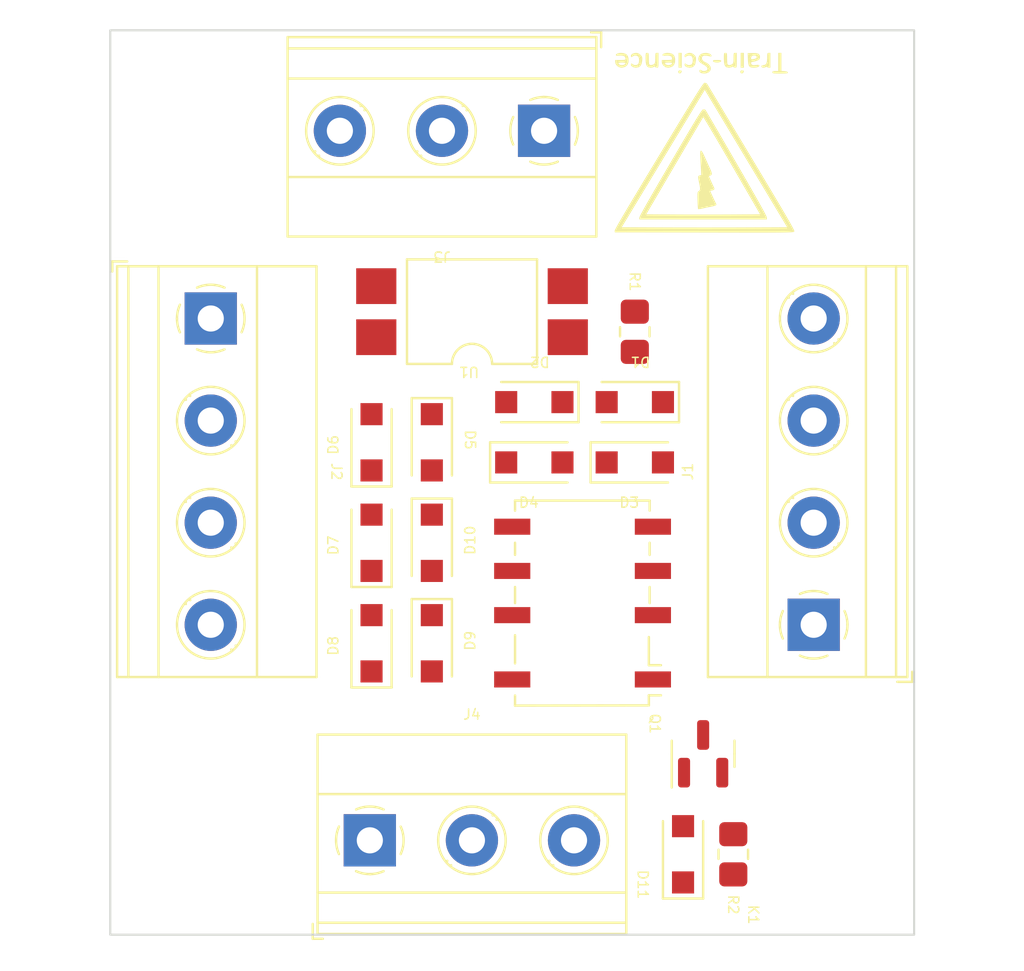
<source format=kicad_pcb>
(kicad_pcb (version 20211014) (generator pcbnew)
  (layers (0 "F.Cu" signal) (31 "B.Cu" signal) (34 "B.Paste" user) (35 "F.Paste" user) (36 "B.SilkS" user "B.Silkscreen") (37 "F.SilkS" user "F.Silkscreen") (38 "B.Mask" user) (39 "F.Mask" user) (44 "Edge.Cuts" user))
  (net 0 "")
  (net 1 "Net-(D1-Pad2)")
  (net 2 "Net-(D5-Pad1)")
  (net 3 "brake")
  (net 4 "Net-(D6-Pad1)")
  (net 5 "Net-(D3-Pad1)")
  (net 6 "buffer")
  (net 7 "RingRight")
  (net 8 "Net-(D7-Pad1)")
  (net 9 "Net-(D8-Pad1)")
  (net 10 "Net-(D11-Pad2)")
  (net 11 "RingLeft")
  (net 12 "GND")
  (net 13 "/green")
  (net 14 "/red")
  (net 15 "VCC")
  (net 16 "Net-(Q1-Pad1)")
  (net 18 "upline")
  (net 19 "downline")
  (net 20 "Net-(R1-Pad2)")
  (footprint "Diode_SMD:D_SOD-123F" (layer "F.Cu") (at 108.5 154.5 -90)
    (fp_text reference "D9" (at -0.127 -1.905 90 unlocked) (layer "F.SilkS") (effects (font (size 0.5 0.5) (thickness 0.075))))
    (fp_text value "D")
    (fp_line (start -2.2 1) (end 1.65 1) (layer "F.SilkS") (width 0.12))
    (fp_line (start -2.2 -1) (end -2.2 1) (layer "F.SilkS") (width 0.12))
    (fp_line (start -2.2 -1) (end 1.65 -1) (layer "F.SilkS") (width 0.12))
    (pad "1" smd rect (at -1.4 0 270) (size 1.1 1.1) (layers "F.Cu" "F.Paste" "F.Mask") (net 6 "buffer"))
    (pad "2" smd rect (at 1.4 0 270) (size 1.1 1.1) (layers "F.Cu" "F.Paste" "F.Mask") (net 9 "Net-(D8-Pad1)"))
  )
  (footprint "Diode_SMD:D_SOD-123F" (layer "F.Cu") (at 105.5 149.5 90)
    (fp_text reference "D7" (at -0.127 -1.905 90 unlocked) (layer "F.SilkS") (effects (font (size 0.5 0.5) (thickness 0.075))))
    (fp_text value "D")
    (fp_line (start -2.2 -1) (end -2.2 1) (layer "F.SilkS") (width 0.12))
    (fp_line (start -2.2 -1) (end 1.65 -1) (layer "F.SilkS") (width 0.12))
    (fp_line (start -2.2 1) (end 1.65 1) (layer "F.SilkS") (width 0.12))
    (pad "1" smd rect (at -1.4 0 90) (size 1.1 1.1) (layers "F.Cu" "F.Paste" "F.Mask") (net 8 "Net-(D7-Pad1)"))
    (pad "2" smd rect (at 1.4 0 90) (size 1.1 1.1) (layers "F.Cu" "F.Paste" "F.Mask") (net 4 "Net-(D6-Pad1)"))
  )
  (footprint "Diode_SMD:D_SOD-123F" (layer "F.Cu") (at 118.6 142.5 180)
    (fp_text reference "D1" (at -0.275 2 180 unlocked) (layer "F.SilkS") (effects (font (size 0.5 0.5) (thickness 0.075))))
    (fp_text value "D")
    (fp_line (start -2.2 1) (end 1.65 1) (layer "F.SilkS") (width 0.12))
    (fp_line (start -2.2 -1) (end 1.65 -1) (layer "F.SilkS") (width 0.12))
    (fp_line (start -2.2 -1) (end -2.2 1) (layer "F.SilkS") (width 0.12))
    (pad "1" smd rect (at -1.4 0 180) (size 1.1 1.1) (layers "F.Cu" "F.Paste" "F.Mask") (net 7 "RingRight"))
    (pad "2" smd rect (at 1.4 0 180) (size 1.1 1.1) (layers "F.Cu" "F.Paste" "F.Mask") (net 1 "Net-(D1-Pad2)"))
  )
  (footprint "Diode_SMD:D_SOD-123F" (layer "F.Cu") (at 113.6 142.5 180)
    (fp_text reference "D2" (at -0.275 2 180 unlocked) (layer "F.SilkS") (effects (font (size 0.5 0.5) (thickness 0.075))))
    (fp_text value "D")
    (fp_line (start -2.2 -1) (end -2.2 1) (layer "F.SilkS") (width 0.12))
    (fp_line (start -2.2 -1) (end 1.65 -1) (layer "F.SilkS") (width 0.12))
    (fp_line (start -2.2 1) (end 1.65 1) (layer "F.SilkS") (width 0.12))
    (pad "1" smd rect (at -1.4 0 180) (size 1.1 1.1) (layers "F.Cu" "F.Paste" "F.Mask") (net 1 "Net-(D1-Pad2)"))
    (pad "2" smd rect (at 1.4 0 180) (size 1.1 1.1) (layers "F.Cu" "F.Paste" "F.Mask") (net 6 "buffer"))
  )
  (footprint "Diode_SMD:D_SOD-123F" (layer "F.Cu") (at 105.5 154.5 90)
    (fp_text reference "D8" (at -0.127 -1.905 90 unlocked) (layer "F.SilkS") (effects (font (size 0.5 0.5) (thickness 0.075))))
    (fp_text value "D")
    (fp_line (start -2.2 -1) (end -2.2 1) (layer "F.SilkS") (width 0.12))
    (fp_line (start -2.2 -1) (end 1.65 -1) (layer "F.SilkS") (width 0.12))
    (fp_line (start -2.2 1) (end 1.65 1) (layer "F.SilkS") (width 0.12))
    (pad "1" smd rect (at -1.4 0 90) (size 1.1 1.1) (layers "F.Cu" "F.Paste" "F.Mask") (net 9 "Net-(D8-Pad1)"))
    (pad "2" smd rect (at 1.4 0 90) (size 1.1 1.1) (layers "F.Cu" "F.Paste" "F.Mask") (net 8 "Net-(D7-Pad1)"))
  )
  (footprint "MountingHole:MountingHole_3.2mm_M3" (layer "F.Cu") (at 128.5 165)
    (fp_text reference "REF**" hide)
    (fp_text value "MountingHole_3.2mm_M3")
    (pad "" np_thru_hole circle (at 0 0) (size 3.2 3.2) (drill 3.2) (layers *.Cu *.Mask))
  )
  (footprint "MountingHole:MountingHole_3.2mm_M3" (layer "F.Cu") (at 96.495 128)
    (fp_text reference "REF**" hide)
    (fp_text value "MountingHole_3.2mm_M3")
    (pad "" np_thru_hole circle (at 0 0) (size 3.2 3.2) (drill 3.2) (layers *.Cu *.Mask))
  )
  (footprint "Diode_SMD:D_SOD-123F" (layer "F.Cu") (at 113.6 145.5)
    (fp_text reference "D4" (at -0.275 2 unlocked) (layer "F.SilkS") (effects (font (size 0.5 0.5) (thickness 0.075))))
    (fp_text value "D")
    (fp_line (start -2.2 1) (end 1.65 1) (layer "F.SilkS") (width 0.12))
    (fp_line (start -2.2 -1) (end -2.2 1) (layer "F.SilkS") (width 0.12))
    (fp_line (start -2.2 -1) (end 1.65 -1) (layer "F.SilkS") (width 0.12))
    (pad "1" smd rect (at -1.4 0) (size 1.1 1.1) (layers "F.Cu" "F.Paste" "F.Mask") (net 6 "buffer"))
    (pad "2" smd rect (at 1.4 0) (size 1.1 1.1) (layers "F.Cu" "F.Paste" "F.Mask") (net 5 "Net-(D3-Pad1)"))
  )
  (footprint "custom_kicad_lib_sk:Train-Science logo small" (layer "F.Cu") (at 122 129.5 180)
    (fp_text reference "G***" hide)
    (fp_text value "LOGO" hide)
    (fp_poly (pts (xy 2.715567 3.652213) (xy 2.788671 3.700519) (xy 2.835175 3.79015) (xy 2.859236 3.928568) (xy 2.865146 4.092808) (xy 2.86448 4.228722) (xy 2.860137 4.312734) (xy 2.848595 4.357328) (xy 2.826334 4.374987) (xy 2.789834 4.378194) (xy 2.784664 4.3782) (xy 2.744587 4.375415) (xy 2.72067 4.358257) (xy 2.708742 4.313522) (xy 2.704637 4.228007) (xy 2.704183 4.123292) (xy 2.70181 3.995739) (xy 2.69553 3.889366) (xy 2.686599 3.82384) (xy 2.684642 3.817462) (xy 2.638586 3.775444) (xy 2.56069 3.771399) (xy 2.471162 3.805399) (xy 2.453804 3.816654) (xy 2.417528 3.84892) (xy 2.396019 3.893461) (xy 2.385541 3.966262) (xy 2.382352 4.083304) (xy 2.382256 4.122485) (xy 2.381383 4.249664) (xy 2.375999 4.325642) (xy 2.361955 4.363601) (xy 2.335101 4.376724) (xy 2.301774 4.3782) (xy 2.221293 4.3782) (xy 2.221293 4.007985) (xy 2.22168 3.849262) (xy 2.224378 3.743962) (xy 2.231689 3.681124) (xy 2.245918 3.649787) (xy 2.269368 3.638988) (xy 2.299092 3.637769) (xy 2.364561 3.652507) (xy 2.391646 3.67801) (xy 2.413142 3.702107) (xy 2.449056 3.67801) (xy 2.508105 3.651219) (xy 2.597263 3.63805) (xy 2.611707 3.637769)) (layer "F.SilkS") (width 0) (fill solid))
    (fp_poly (pts (xy 0.784156 3.654371) (xy 0.871115 3.697368) (xy 0.920801 3.756548) (xy 0.922188 3.814197) (xy 0.900905 3.852981) (xy 0.870209 3.843557) (xy 0.841851 3.819211) (xy 0.752511 3.7745) (xy 0.650954 3.773442) (xy 0.566548 3.81626) (xy 0.565671 3.817129) (xy 0.529974 3.888454) (xy 0.515171 3.998249) (xy 0.515082 4.007985) (xy 0.527932 4.119813) (xy 0.562192 4.195116) (xy 0.565671 4.198841) (xy 0.649649 4.242246) (xy 0.751171 4.241772) (xy 0.840868 4.197642) (xy 0.841851 4.196759) (xy 0.887126 4.162129) (xy 0.910558 4.174932) (xy 0.922188 4.201773) (xy 0.917633 4.267108) (xy 0.862679 4.324764) (xy 0.771275 4.364981) (xy 0.670003 4.3782) (xy 0.56494 4.364144) (xy 0.478534 4.312169) (xy 0.444446 4.280323) (xy 0.39028 4.220957) (xy 0.36277 4.166703) (xy 0.355287 4.094215) (xy 0.360798 3.985733) (xy 0.391249 3.823108) (xy 0.456936 3.713042) (xy 0.560567 3.652527) (xy 0.674274 3.637769)) (layer "F.SilkS") (width 0) (fill solid))
    (fp_poly (pts (xy -1.867174 4.3782) (xy -2.028137 4.3782) (xy -2.028137 3.637769) (xy -1.867174 3.637769)) (layer "F.SilkS") (width 0) (fill solid))
    (fp_poly (pts (xy 0.08045 3.363771) (xy 0.163476 3.40824) (xy 0.193154 3.477335) (xy 0.193156 3.477939) (xy 0.170182 3.528914) (xy 0.121334 3.539789) (xy 0.080482 3.508999) (xy 0.032611 3.483439) (xy -0.047363 3.477888) (xy -0.130866 3.490818) (xy -0.189325 3.520703) (xy -0.191874 3.52355) (xy -0.21804 3.596183) (xy -0.180966 3.673245) (xy -0.081544 3.753443) (xy -0.004028 3.796699) (xy 0.136108 3.882305) (xy 0.216714 3.971193) (xy 0.24249 4.071135) (xy 0.223825 4.173564) (xy 0.164082 4.275535) (xy 0.095495 4.330471) (xy -0.018443 4.366535) (xy -0.150995 4.376193) (xy -0.274362 4.359597) (xy -0.346956 4.328086) (xy -0.40363 4.272052) (xy -0.419312 4.22251) (xy -0.394108 4.195068) (xy -0.346071 4.199064) (xy -0.197064 4.233359) (xy -0.075009 4.242002) (xy 0.005829 4.224264) (xy 0.015788 4.217493) (xy 0.061853 4.14537) (xy 0.055341 4.062595) (xy 0.002818 3.983964) (xy -0.089151 3.924271) (xy -0.119083 3.913566) (xy -0.188092 3.877866) (xy -0.269912 3.816568) (xy -0.288095 3.800264) (xy -0.365715 3.694707) (xy -0.385703 3.587357) (xy -0.353625 3.488715) (xy -0.27505 3.409279) (xy -0.155545 3.359551) (xy -0.048289 3.348036)) (layer "F.SilkS") (width 0) (fill solid))
    (fp_poly (pts (xy 3.179239 -3.830925) (xy 3.169077 -3.796052) (xy 3.134748 -3.721875) (xy 3.075339 -3.60678) (xy 2.989941 -3.449155) (xy 2.877641 -3.24739) (xy 2.737526 -2.999872) (xy 2.568687 -2.704989) (xy 2.370211 -2.361128) (xy 2.141187 -1.966679) (xy 1.880703 -1.52003) (xy 1.631778 -1.09455) (xy 1.368647 -0.645596) (xy 1.135907 -0.249143) (xy 0.93161 0.097982) (xy 0.753807 0.398953) (xy 0.60055 0.656942) (xy 0.469891 0.875124) (xy 0.359881 1.05667) (xy 0.268572 1.204755) (xy 0.194014 1.322552) (xy 0.134261 1.413233) (xy 0.087362 1.479973) (xy 0.051371 1.525943) (xy 0.024337 1.554318) (xy 0.004314 1.568271) (xy -0.004969 1.571019) (xy -0.078828 1.563333) (xy -0.118283 1.538827) (xy -0.138767 1.505458) (xy -0.189191 1.420294) (xy -0.267262 1.287274) (xy -0.370688 1.110339) (xy -0.497173 0.893428) (xy -0.644426 0.640482) (xy -0.810153 0.355441) (xy -0.99206 0.042244) (xy -1.187855 -0.295169) (xy -1.395243 -0.652857) (xy -1.611932 -1.02688) (xy -1.660439 -1.110646) (xy -1.943382 -1.600038) (xy -2.194371 -2.035755) (xy -2.414343 -2.419476) (xy -2.604234 -2.752877) (xy -2.764981 -3.037634) (xy -2.89752 -3.275425) (xy -3.002787 -3.467927) (xy -3.081719 -3.616816) (xy -3.100264 -3.653866) (xy -2.831057 -3.653866) (xy -1.427803 -1.229825) (xy -1.217976 -0.867944) (xy -1.017222 -0.522838) (xy -0.827885 -0.198474) (xy -0.652308 0.101185) (xy -0.492836 0.372174) (xy -0.351814 0.61053) (xy -0.231586 0.812287) (xy -0.134496 0.973481) (xy -0.062889 1.090149) (xy -0.019109 1.158326) (xy -0.005551 1.175218) (xy 0.013203 1.145197) (xy 0.062076 1.063637) (xy 0.138687 0.934577) (xy 0.240658 0.762061) (xy 0.365609 0.55013) (xy 0.511161 0.302826) (xy 0.674935 0.02419) (xy 0.854552 -0.281735) (xy 1.047632 -0.610908) (xy 1.251797 -0.959287) (xy 1.421346 -1.248823) (xy 2.829247 -3.653866) (xy 1.414623 -3.662249) (xy 1.04211 -3.663984) (xy 0.624153 -3.665121) (xy 0.179691 -3.665659) (xy -0.272337 -3.665598) (xy -0.712992 -3.664938) (xy -1.123334 -3.663678) (xy -1.415529 -3.662249) (xy -2.831057 -3.653866) (xy -3.100264 -3.653866) (xy -3.135253 -3.723769) (xy -3.164325 -3.790463) (xy -3.17064 -3.814829) (xy -3.170976 -3.911407) (xy 3.170976 -3.911407)) (layer "F.SilkS") (width 0) (fill solid))
    (fp_poly (pts (xy 0.250482 -3.398018) (xy 0.258312 -3.360431) (xy 0.266207 -3.271171) (xy 0.273323 -3.142944) (xy 0.278815 -2.988455) (xy 0.279494 -2.961822) (xy 0.283147 -2.79102) (xy 0.28333 -2.672993) (xy 0.27842 -2.596159) (xy 0.266793 -2.548934) (xy 0.246824 -2.519735) (xy 0.216889 -2.496979) (xy 0.214047 -2.495112) (xy 0.177374 -2.463714) (xy 0.157846 -2.420729) (xy 0.155167 -2.353836) (xy 0.169042 -2.250716) (xy 0.199173 -2.099046) (xy 0.20399 -2.076426) (xy 0.234196 -1.927607) (xy 0.248081 -1.829473) (xy 0.244797 -1.770209) (xy 0.223496 -1.738003) (xy 0.183328 -1.721039) (xy 0.178383 -1.719762) (xy 0.093995 -1.698582) (xy 0.113104 -1.340229) (xy 0.122361 -1.168329) (xy 0.13182 -0.9955) (xy 0.140114 -0.846597) (xy 0.144094 -0.776804) (xy 0.147732 -0.616402) (xy 0.136399 -0.518612) (xy 0.110043 -0.48341) (xy 0.068612 -0.510774) (xy 0.012053 -0.600683) (xy -0.036281 -0.70019) (xy -0.094889 -0.829583) (xy -0.151819 -0.955614) (xy -0.192615 -1.046261) (xy -0.235959 -1.142058) (xy -0.293724 -1.268625) (xy -0.352412 -1.396402) (xy -0.410483 -1.535855) (xy -0.432862 -1.630868) (xy -0.419591 -1.690556) (xy -0.370712 -1.724039) (xy -0.353957 -1.729118) (xy -0.302087 -1.746117) (xy -0.289734 -1.754248) (xy -0.301976 -1.787815) (xy -0.333966 -1.863803) (xy -0.378601 -1.966115) (xy -0.428778 -2.078653) (xy -0.477393 -2.185319) (xy -0.517132 -2.269582) (xy -0.553917 -2.350924) (xy -0.561542 -2.396199) (xy -0.540994 -2.426228) (xy -0.525165 -2.438593) (xy -0.452176 -2.472508) (xy -0.412351 -2.478834) (xy -0.36338 -2.484926) (xy -0.354119 -2.492061) (xy -0.366789 -2.526986) (xy -0.400137 -2.60474) (xy -0.447168 -2.710013) (xy -0.500888 -2.827498) (xy -0.554304 -2.941887) (xy -0.600421 -3.037873) (xy -0.630486 -3.096942) (xy -0.659596 -3.160107) (xy -0.65177 -3.193594) (xy -0.620583 -3.213855) (xy -0.53333 -3.246777) (xy -0.395236 -3.27925) (xy -0.273637 -3.301207) (xy -0.190498 -3.31751) (xy -0.07335 -3.34338) (xy 0.027233 -3.367139) (xy 0.134416 -3.389945) (xy 0.215087 -3.40089)) (layer "F.SilkS") (width 0) (fill solid))
    (fp_poly (pts (xy -3.669632 3.34866) (xy -3.559722 3.351709) (xy -3.492918 3.358945) (xy -3.458582 3.372129) (xy -3.446076 3.393024) (xy -3.444613 3.412421) (xy -3.454092 3.452657) (xy -3.493451 3.471683) (xy -3.579073 3.476782) (xy -3.58948 3.476806) (xy -3.734347 3.476806) (xy -3.734347 4.3782) (xy -3.89531 4.3782) (xy -3.89531 3.480334) (xy -4.047936 3.470522) (xy -4.148526 3.457408) (xy -4.198923 3.431105) (xy -4.21126 3.404373) (xy -4.210399 3.380588) (xy -4.190335 3.364589) (xy -4.140901 3.354863) (xy -4.051928 3.349892) (xy -3.91325 3.348161) (xy -3.833286 3.348036)) (layer "F.SilkS") (width 0) (fill solid))
    (fp_poly (pts (xy 3.456146 3.654371) (xy 3.543105 3.697368) (xy 3.592791 3.756548) (xy 3.594178 3.814197) (xy 3.572895 3.852981) (xy 3.542199 3.843557) (xy 3.513841 3.819211) (xy 3.424501 3.7745) (xy 3.322943 3.773442) (xy 3.238538 3.81626) (xy 3.237661 3.817129) (xy 3.201357 3.890078) (xy 3.187495 3.994878) (xy 3.196074 4.103032) (xy 3.227095 4.186043) (xy 3.237661 4.198841) (xy 3.321639 4.242246) (xy 3.423161 4.241772) (xy 3.512857 4.197642) (xy 3.513841 4.196759) (xy 3.559116 4.162129) (xy 3.582547 4.174932) (xy 3.594178 4.201773) (xy 3.589623 4.267108) (xy 3.534669 4.324764) (xy 3.443265 4.364981) (xy 3.341993 4.3782) (xy 3.23693 4.364144) (xy 3.150524 4.312169) (xy 3.116435 4.280323) (xy 3.06227 4.220957) (xy 3.03476 4.166703) (xy 3.027277 4.094215) (xy 3.032787 3.985733) (xy 3.063239 3.823108) (xy 3.128926 3.713042) (xy 3.232557 3.652527) (xy 3.346264 3.637769)) (layer "F.SilkS") (width 0) (fill solid))
    (fp_poly (pts (xy 1.874086 3.665419) (xy 1.97554 3.737669) (xy 2.042702 3.838471) (xy 2.06033 3.925027) (xy 2.06033 4.024081) (xy 1.802788 4.024081) (xy 1.674253 4.025517) (xy 1.597198 4.031892) (xy 1.558746 4.046313) (xy 1.54602 4.071882) (xy 1.545247 4.086167) (xy 1.568914 4.17496) (xy 1.641552 4.227168) (xy 1.76562 4.244072) (xy 1.841189 4.240295) (xy 1.949653 4.233706) (xy 2.007504 4.2403) (xy 2.027535 4.262067) (xy 2.028137 4.269376) (xy 1.999657 4.321331) (xy 1.925454 4.357024) (xy 1.822384 4.375338) (xy 1.707304 4.375154) (xy 1.597069 4.355354) (xy 1.508536 4.31482) (xy 1.495586 4.304705) (xy 1.430456 4.223779) (xy 1.397139 4.110586) (xy 1.393087 4.07989) (xy 1.397067 3.908) (xy 1.412373 3.869557) (xy 1.545247 3.869557) (xy 1.574363 3.883662) (xy 1.649466 3.893017) (xy 1.722307 3.895311) (xy 1.819283 3.891076) (xy 1.883595 3.880152) (xy 1.899366 3.869557) (xy 1.87055 3.814477) (xy 1.797044 3.776712) (xy 1.722307 3.76654) (xy 1.627639 3.783306) (xy 1.562731 3.826073) (xy 1.545247 3.869557) (xy 1.412373 3.869557) (xy 1.449928 3.775233) (xy 1.548716 3.685192) (xy 1.690478 3.641482) (xy 1.755377 3.637769)) (layer "F.SilkS") (width 0) (fill solid))
    (fp_poly (pts (xy 4.191957 3.665419) (xy 4.293411 3.737669) (xy 4.360573 3.838471) (xy 4.3782 3.925027) (xy 4.3782 4.024081) (xy 4.120659 4.024081) (xy 3.992123 4.025517) (xy 3.915069 4.031892) (xy 3.876617 4.046313) (xy 3.86389 4.071882) (xy 3.863118 4.086167) (xy 3.886785 4.17496) (xy 3.959423 4.227168) (xy 4.083491 4.244072) (xy 4.15906 4.240295) (xy 4.267524 4.233706) (xy 4.325375 4.2403) (xy 4.345405 4.262067) (xy 4.346008 4.269376) (xy 4.317527 4.321331) (xy 4.243324 4.357024) (xy 4.140255 4.375338) (xy 4.025174 4.375154) (xy 3.91494 4.355354) (xy 3.826407 4.31482) (xy 3.813457 4.304705) (xy 3.748327 4.223779) (xy 3.71501 4.110586) (xy 3.710957 4.07989) (xy 3.714938 3.908) (xy 3.730244 3.869557) (xy 3.863118 3.869557) (xy 3.892233 3.883662) (xy 3.967337 3.893017) (xy 4.040178 3.895311) (xy 4.137154 3.891076) (xy 4.201466 3.880152) (xy 4.217237 3.869557) (xy 4.188421 3.814477) (xy 4.114915 3.776712) (xy 4.040178 3.76654) (xy 3.945509 3.783306) (xy 3.880602 3.826073) (xy 3.863118 3.869557) (xy 3.730244 3.869557) (xy 3.767799 3.775233) (xy 3.866587 3.685192) (xy 4.008349 3.641482) (xy 4.073248 3.637769)) (layer "F.SilkS") (width 0) (fill solid))
    (fp_poly (pts (xy 1.223321 4.3782) (xy 1.062357 4.3782) (xy 1.062357 3.637769) (xy 1.223321 3.637769)) (layer "F.SilkS") (width 0) (fill solid))
    (fp_poly (pts (xy -0.612737 3.9006) (xy -0.533283 3.922266) (xy -0.490713 3.961014) (xy -0.488845 3.967744) (xy -0.490951 3.998166) (xy -0.520453 4.01526) (xy -0.590351 4.022672) (xy -0.689781 4.024081) (xy -0.808268 4.020841) (xy -0.874379 4.009353) (xy -0.899883 3.986965) (xy -0.901394 3.976406) (xy -0.873403 3.933919) (xy -0.802697 3.906845) (xy -0.709175 3.895599)) (layer "F.SilkS") (width 0) (fill solid))
    (fp_poly (pts (xy -2.177236 -4.566716) (xy -1.724771 -4.566214) (xy -1.217326 -4.565463) (xy -0.651718 -4.564501) (xy -0.055144 -4.563421) (xy 4.394297 -4.55526) (xy 4.402412 -4.474778) (xy 4.392766 -4.444092) (xy 4.360546 -4.377472) (xy 4.304831 -4.273357) (xy 4.224701 -4.130187) (xy 4.119236 -3.9464) (xy 3.987517 -3.720436) (xy 3.828623 -3.450735) (xy 3.641634 -3.135735) (xy 3.425631 -2.773875) (xy 3.179692 -2.363596) (xy 2.902899 -1.903335) (xy 2.594331 -1.391532) (xy 2.253068 -0.826627) (xy 2.210681 -0.756527) (xy 1.892208 -0.230049) (xy 1.605234 0.243951) (xy 1.348069 0.66817) (xy 1.119028 1.045302) (xy 0.916421 1.378044) (xy 0.738561 1.669091) (xy 0.583761 1.921141) (xy 0.450332 2.136888) (xy 0.336586 2.319029) (xy 0.240836 2.470259) (xy 0.161394 2.593274) (xy 0.096573 2.690771) (xy 0.044683 2.765444) (xy 0.004038 2.819991) (xy -0.02705 2.857107) (xy -0.05027 2.879488) (xy -0.067308 2.88983) (xy -0.073048 2.891234) (xy -0.156237 2.877194) (xy -0.204854 2.826849) (xy -0.227047 2.790521) (xy -0.280348 2.702298) (xy -0.362758 2.565508) (xy -0.47228 2.383476) (xy -0.606914 2.159531) (xy -0.764662 1.897) (xy -0.943527 1.599208) (xy -1.141509 1.269484) (xy -1.356611 0.911155) (xy -1.586834 0.527547) (xy -1.830181 0.121988) (xy -2.084652 -0.302196) (xy -2.348249 -0.741676) (xy -2.411808 -0.847656) (xy -2.72913 -1.377004) (xy -3.014693 -1.853894) (xy -3.270035 -2.280976) (xy -3.496692 -2.660897) (xy -3.696204 -2.996307) (xy -3.870107 -3.289854) (xy -4.01994 -3.544188) (xy -4.147239 -3.761957) (xy -4.253544 -3.94581) (xy -4.340391 -4.098397) (xy -4.409319 -4.222366) (xy -4.449721 -4.297718) (xy -4.178624 -4.297718) (xy -0.08088 2.532058) (xy 0.192957 2.079549) (xy 0.247331 1.989669) (xy 0.332405 1.84901) (xy 0.445566 1.661887) (xy 0.584205 1.43262) (xy 0.74571 1.165527) (xy 0.92747 0.864926) (xy 1.126875 0.535135) (xy 1.341313 0.180472) (xy 1.568173 -0.194744) (xy 1.804844 -0.586196) (xy 2.048716 -0.989564) (xy 2.257763 -1.33534) (xy 4.048733 -4.297718) (xy 1.992174 -4.306003) (xy 1.548356 -4.307468) (xy 1.05587 -4.308526) (xy 0.530432 -4.309176) (xy -0.012241 -4.309419) (xy -0.556433 -4.309254) (xy -1.086428 -4.308682) (xy -1.58651 -4.307702) (xy -2.040962 -4.306315) (xy -2.121505 -4.306003) (xy -4.178624 -4.297718) (xy -4.449721 -4.297718) (xy -4.461864 -4.320365) (xy -4.499566 -4.395045) (xy -4.523961 -4.449053) (xy -4.536588 -4.485039) (xy -4.538984 -4.505651) (xy -4.537712 -4.509683) (xy -4.531875 -4.518362) (xy -4.522005 -4.526181) (xy -4.504918 -4.533179) (xy -4.47743 -4.539392) (xy -4.436357 -4.54486) (xy -4.378514 -4.549621) (xy -4.300717 -4.553712) (xy -4.199782 -4.557172) (xy -4.072525 -4.560039) (xy -3.915762 -4.562352) (xy -3.726308 -4.564148) (xy -3.50098 -4.565466) (xy -3.236592 -4.566343) (xy -2.929962 -4.566818) (xy -2.577905 -4.56693)) (layer "F.SilkS") (width 0) (fill solid))
    (fp_poly (pts (xy 1.211443 3.365565) (xy 1.235424 3.397528) (xy 1.241537 3.467248) (xy 1.192998 3.5033) (xy 1.1387 3.508999) (xy 1.079454 3.497959) (xy 1.066286 3.453786) (xy 1.068167 3.436565) (xy 1.099438 3.378361) (xy 1.155683 3.352714)) (layer "F.SilkS") (width 0) (fill solid))
    (fp_poly (pts (xy -3.20706 3.649174) (xy -3.187072 3.671095) (xy -3.167366 3.687977) (xy -3.124803 3.671095) (xy -3.032476 3.639196) (xy -2.952967 3.641074) (xy -2.904379 3.674259) (xy -2.897338 3.702155) (xy -2.912873 3.749633) (xy -2.970283 3.766013) (xy -2.992091 3.76654) (xy -3.08017 3.784752) (xy -3.139695 3.843818) (xy -3.1741 3.950385) (xy -3.18682 4.1111) (xy -3.187072 4.143919) (xy -3.188151 4.264488) (xy -3.194538 4.33444) (xy -3.210963 4.367539) (xy -3.242154 4.377549) (xy -3.267554 4.3782) (xy -3.348035 4.3782) (xy -3.348035 3.637769) (xy -3.267554 3.637769)) (layer "F.SilkS") (width 0) (fill solid))
    (fp_poly (pts (xy -1.179743 3.652213) (xy -1.106639 3.700519) (xy -1.060135 3.79015) (xy -1.036075 3.928568) (xy -1.030165 4.092808) (xy -1.03083 4.228722) (xy -1.035174 4.312734) (xy -1.046716 4.357328) (xy -1.068976 4.374987) (xy -1.105476 4.378194) (xy -1.110646 4.3782) (xy -1.150723 4.375415) (xy -1.174641 4.358257) (xy -1.186568 4.313522) (xy -1.190674 4.228007) (xy -1.191128 4.123292) (xy -1.193501 3.995739) (xy -1.199781 3.889366) (xy -1.208712 3.82384) (xy -1.210669 3.817462) (xy -1.256725 3.775444) (xy -1.33462 3.771399) (xy -1.424149 3.805399) (xy -1.441506 3.816654) (xy -1.477783 3.84892) (xy -1.499291 3.893461) (xy -1.50977 3.966262) (xy -1.512958 4.083304) (xy -1.513054 4.122485) (xy -1.513927 4.249664) (xy -1.519311 4.325642) (xy -1.533355 4.363601) (xy -1.560209 4.376724) (xy -1.593536 4.3782) (xy -1.674018 4.3782) (xy -1.674018 4.007985) (xy -1.67363 3.849262) (xy -1.670933 3.743962) (xy -1.663621 3.681124) (xy -1.649392 3.649787) (xy -1.625943 3.638988) (xy -1.596219 3.637769) (xy -1.53075 3.652507) (xy -1.503665 3.67801) (xy -1.482168 3.702107) (xy -1.446255 3.67801) (xy -1.387205 3.651219) (xy -1.298048 3.63805) (xy -1.283604 3.637769)) (layer "F.SilkS") (width 0) (fill solid))
    (fp_poly (pts (xy -2.40532 3.645768) (xy -2.326525 3.67613) (xy -2.275297 3.738404) (xy -2.245189 3.842138) (xy -2.22975 3.996881) (xy -2.226439 4.069661) (xy -2.215488 4.366149) (xy -2.45432 4.371021) (xy -2.611055 4.367821) (xy -2.715337 4.349617) (xy -2.763052 4.326932) (xy -2.817997 4.253657) (xy -2.8318 4.157537) (xy -2.826579 4.141434) (xy -2.663371 4.141434) (xy -2.661178 4.198977) (xy -2.617211 4.235887) (xy -2.541587 4.248708) (xy -2.462907 4.236034) (xy -2.420887 4.210799) (xy -2.387663 4.147033) (xy -2.382256 4.110009) (xy -2.391113 4.070273) (xy -2.429399 4.05887) (xy -2.5002 4.066989) (xy -2.611613 4.096669) (xy -2.663371 4.141434) (xy -2.826579 4.141434) (xy -2.80241 4.066887) (xy -2.783578 4.04369) (xy -2.714915 4.000608) (xy -2.611053 3.960717) (xy -2.500848 3.933723) (xy -2.438593 3.927683) (xy -2.39073 3.905832) (xy -2.389171 3.848663) (xy -2.411779 3.801951) (xy -2.44845 3.775964) (xy -2.522247 3.768689) (xy -2.620538 3.77548) (xy -2.726931 3.782973) (xy -2.782746 3.776184) (xy -2.800575 3.753278) (xy -2.80076 3.74925) (xy -2.770723 3.693209) (xy -2.685633 3.655257) (xy -2.553023 3.638364) (xy -2.518132 3.637769)) (layer "F.SilkS") (width 0) (fill solid))
    (fp_poly (pts (xy -1.879051 3.365565) (xy -1.85507 3.397528) (xy -1.848957 3.467248) (xy -1.897497 3.5033) (xy -1.951794 3.508999) (xy -2.01104 3.497959) (xy -2.024208 3.453786) (xy -2.022328 3.436565) (xy -1.991057 3.378361) (xy -1.934811 3.352714)) (layer "F.SilkS") (width 0) (fill solid))
  )
  (footprint "TerminalBlock_Phoenix:TerminalBlock_Phoenix_MKDS-1,5-3-5.08_1x03_P5.08mm_Horizontal" (layer "F.Cu") (at 105.415 164.305)
    (fp_text reference "J4" (at 5.08 -6.26 unlocked) (layer "F.SilkS") (effects (font (size 0.5 0.5) (thickness 0.075))))
    (fp_text value "Screw_Terminal_01x03")
    (fp_line (start 3.853 1.023) (end 3.806 1.069) (layer "F.SilkS") (width 0.12))
    (fp_line (start -2.6 4.66) (end 12.76 4.66) (layer "F.SilkS") (width 0.12))
    (fp_line (start 12.76 -5.261) (end 12.76 4.66) (layer "F.SilkS") (width 0.12))
    (fp_line (start -2.84 4.16) (end -2.84 4.9) (layer "F.SilkS") (width 0.12))
    (fp_line (start 6.15 -1.275) (end 6.115 -1.239) (layer "F.SilkS") (width 0.12))
    (fp_line (start 8.933 1.023) (end 8.886 1.069) (layer "F.SilkS") (width 0.12))
    (fp_line (start 6.355 -1.069) (end 6.308 -1.023) (layer "F.SilkS") (width 0.12))
    (fp_line (start 9.126 1.239) (end 9.091 1.274) (layer "F.SilkS") (width 0.12))
    (fp_line (start 11.23 -1.275) (end 11.195 -1.239) (layer "F.SilkS") (width 0.12))
    (fp_line (start -2.84 4.9) (end -2.34 4.9) (layer "F.SilkS") (width 0.12))
    (fp_line (start 11.435 -1.069) (end 11.388 -1.023) (layer "F.SilkS") (width 0.12))
    (fp_line (start -2.6 -2.301) (end 12.76 -2.301) (layer "F.SilkS") (width 0.12))
    (fp_line (start -2.6 -5.261) (end 12.76 -5.261) (layer "F.SilkS") (width 0.12))
    (fp_line (start -2.6 -5.261) (end -2.6 4.66) (layer "F.SilkS") (width 0.12))
    (fp_line (start -2.6 4.1) (end 12.76 4.1) (layer "F.SilkS") (width 0.12))
    (fp_line (start -2.6 2.6) (end 12.76 2.6) (layer "F.SilkS") (width 0.12))
    (fp_line (start 4.046 1.239) (end 4.011 1.274) (layer "F.SilkS") (width 0.12))
    (fp_arc (start -1.535427 0.683042) (mid -1.680501 -0.000524) (end -1.535 -0.684) (layer "F.SilkS") (width 0.12))
    (fp_arc (start 1.535427 -0.683042) (mid 1.680501 0.000524) (end 1.535 0.684) (layer "F.SilkS") (width 0.12))
    (fp_arc (start 0.028805 1.680253) (mid -0.335551 1.646659) (end -0.684 1.535) (layer "F.SilkS") (width 0.12))
    (fp_arc (start -0.683042 -1.535427) (mid 0.000524 -1.680501) (end 0.684 -1.535) (layer "F.SilkS") (width 0.12))
    (fp_arc (start 0.683318 1.534756) (mid 0.349292 1.643288) (end 0 1.68) (layer "F.SilkS") (width 0.12))
    (fp_circle (center 5.08 0) (end 6.76 0) (layer "F.SilkS") (width 0.12) (fill none))
    (fp_circle (center 10.16 0) (end 11.84 0) (layer "F.SilkS") (width 0.12) (fill none))
    (pad "1" thru_hole rect (at 0 0) (size 2.6 2.6) (drill 1.3) (layers *.Cu *.Mask) (net 12 "GND"))
    (pad "2" thru_hole circle (at 5.08 0) (size 2.6 2.6) (drill 1.3) (layers *.Cu *.Mask) (net 13 "/green"))
    (pad "3" thru_hole circle (at 10.16 0) (size 2.6 2.6) (drill 1.3) (layers *.Cu *.Mask) (net 14 "/red"))
  )
  (footprint "Package_DIP:SMDIP-4_W9.53mm" (layer "F.Cu") (at 110.5 138 180)
    (fp_text reference "U1" (at 0.15 -3 180 unlocked) (layer "F.SilkS") (effects (font (size 0.5 0.5) (thickness 0.075))))
    (fp_text value "EL814")
    (fp_line (start -3.235 2.6) (end 3.235 2.6) (layer "F.SilkS") (width 0.12))
    (fp_line (start 3.235 2.6) (end 3.235 -2.6) (layer "F.SilkS") (width 0.12))
    (fp_line (start -1 -2.6) (end -3.235 -2.6) (layer "F.SilkS") (width 0.12))
    (fp_line (start 3.235 -2.6) (end 1 -2.6) (layer "F.SilkS") (width 0.12))
    (fp_line (start -3.235 -2.6) (end -3.235 2.6) (layer "F.SilkS") (width 0.12))
    (fp_arc (start 1 -2.6) (mid 0 -1.6) (end -1 -2.6) (layer "F.SilkS") (width 0.12))
    (pad "1" smd rect (at -4.765 -1.27 180) (size 2 1.78) (layers "F.Cu" "F.Paste" "F.Mask") (net 20 "Net-(R1-Pad2)"))
    (pad "2" smd rect (at -4.765 1.27 180) (size 2 1.78) (layers "F.Cu" "F.Paste" "F.Mask") (net 6 "buffer"))
    (pad "3" smd rect (at 4.765 1.27 180) (size 2 1.78) (layers "F.Cu" "F.Paste" "F.Mask") (net 19 "downline"))
    (pad "4" smd rect (at 4.765 -1.27 180) (size 2 1.78) (layers "F.Cu" "F.Paste" "F.Mask") (net 15 "VCC"))
  )
  (footprint "MountingHole:MountingHole_3.2mm_M3" (layer "F.Cu") (at 128.495 128)
    (fp_text reference "REF**" hide)
    (fp_text value "MountingHole_3.2mm_M3")
    (pad "" np_thru_hole circle (at 0 0) (size 3.2 3.2) (drill 3.2) (layers *.Cu *.Mask))
  )
  (footprint "Diode_SMD:D_SOD-123F" (layer "F.Cu") (at 121 165 90)
    (fp_text reference "D11" (at -1.5 -2 270 unlocked) (layer "F.SilkS") (effects (font (size 0.5 0.5) (thickness 0.075))))
    (fp_text value "D")
    (fp_line (start -2.2 -1) (end 1.65 -1) (layer "F.SilkS") (width 0.12))
    (fp_line (start -2.2 1) (end 1.65 1) (layer "F.SilkS") (width 0.12))
    (fp_line (start -2.2 -1) (end -2.2 1) (layer "F.SilkS") (width 0.12))
    (pad "1" smd rect (at -1.4 0 90) (size 1.1 1.1) (layers "F.Cu" "F.Paste" "F.Mask") (net 15 "VCC"))
    (pad "2" smd rect (at 1.4 0 90) (size 1.1 1.1) (layers "F.Cu" "F.Paste" "F.Mask") (net 10 "Net-(D11-Pad2)"))
  )
  (footprint "Diode_SMD:D_SOD-123F" (layer "F.Cu") (at 105.5 144.5 90)
    (fp_text reference "D6" (at -0.127 -1.905 90 unlocked) (layer "F.SilkS") (effects (font (size 0.5 0.5) (thickness 0.075))))
    (fp_text value "D")
    (fp_line (start -2.2 1) (end 1.65 1) (layer "F.SilkS") (width 0.12))
    (fp_line (start -2.2 -1) (end 1.65 -1) (layer "F.SilkS") (width 0.12))
    (fp_line (start -2.2 -1) (end -2.2 1) (layer "F.SilkS") (width 0.12))
    (pad "1" smd rect (at -1.4 0 90) (size 1.1 1.1) (layers "F.Cu" "F.Paste" "F.Mask") (net 4 "Net-(D6-Pad1)"))
    (pad "2" smd rect (at 1.4 0 90) (size 1.1 1.1) (layers "F.Cu" "F.Paste" "F.Mask") (net 2 "Net-(D5-Pad1)"))
  )
  (footprint "TerminalBlock_Phoenix:TerminalBlock_Phoenix_MKDS-1,5-4-5.08_1x04_P5.08mm_Horizontal" (layer "F.Cu") (at 127.5 153.58 90)
    (fp_text reference "J1" (at 7.62 -6.26 90 unlocked) (layer "F.SilkS") (effects (font (size 0.5 0.5) (thickness 0.075))))
    (fp_text value "Screw_Terminal_01x04")
    (fp_line (start -2.84 4.9) (end -2.34 4.9) (layer "F.SilkS") (width 0.12))
    (fp_line (start 4.046 1.239) (end 4.011 1.274) (layer "F.SilkS") (width 0.12))
    (fp_line (start 16.31 -1.275) (end 16.275 -1.239) (layer "F.SilkS") (width 0.12))
    (fp_line (start 6.355 -1.069) (end 6.308 -1.023) (layer "F.SilkS") (width 0.12))
    (fp_line (start 16.515 -1.069) (end 16.468 -1.023) (layer "F.SilkS") (width 0.12))
    (fp_line (start 3.853 1.023) (end 3.806 1.069) (layer "F.SilkS") (width 0.12))
    (fp_line (start -2.6 -5.261) (end 17.84 -5.261) (layer "F.SilkS") (width 0.12))
    (fp_line (start -2.6 4.1) (end 17.84 4.1) (layer "F.SilkS") (width 0.12))
    (fp_line (start 14.013 1.023) (end 13.966 1.069) (layer "F.SilkS") (width 0.12))
    (fp_line (start 11.435 -1.069) (end 11.388 -1.023) (layer "F.SilkS") (width 0.12))
    (fp_line (start 17.84 -5.261) (end 17.84 4.66) (layer "F.SilkS") (width 0.12))
    (fp_line (start 9.126 1.239) (end 9.091 1.274) (layer "F.SilkS") (width 0.12))
    (fp_line (start -2.6 -2.301) (end 17.84 -2.301) (layer "F.SilkS") (width 0.12))
    (fp_line (start -2.6 4.66) (end 17.84 4.66) (layer "F.SilkS") (width 0.12))
    (fp_line (start -2.6 -5.261) (end -2.6 4.66) (layer "F.SilkS") (width 0.12))
    (fp_line (start 6.15 -1.275) (end 6.115 -1.239) (layer "F.SilkS") (width 0.12))
    (fp_line (start -2.84 4.16) (end -2.84 4.9) (layer "F.SilkS") (width 0.12))
    (fp_line (start 8.933 1.023) (end 8.886 1.069) (layer "F.SilkS") (width 0.12))
    (fp_line (start 14.206 1.239) (end 14.171 1.274) (layer "F.SilkS") (width 0.12))
    (fp_line (start -2.6 2.6) (end 17.84 2.6) (layer "F.SilkS") (width 0.12))
    (fp_line (start 11.23 -1.275) (end 11.195 -1.239) (layer "F.SilkS") (width 0.12))
    (fp_arc (start 0.028805 1.680253) (mid -0.335551 1.646659) (end -0.684 1.535) (layer "F.SilkS") (width 0.12))
    (fp_arc (start 0.683318 1.534756) (mid 0.349292 1.643288) (end 0 1.68) (layer "F.SilkS") (width 0.12))
    (fp_arc (start -1.535427 0.683042) (mid -1.680501 -0.000524) (end -1.535 -0.684) (layer "F.SilkS") (width 0.12))
    (fp_arc (start -0.683042 -1.535427) (mid 0.000524 -1.680501) (end 0.684 -1.535) (layer "F.SilkS") (width 0.12))
    (fp_arc (start 1.535427 -0.683042) (mid 1.680501 0.000524) (end 1.535 0.684) (layer "F.SilkS") (width 0.12))
    (fp_circle (center 5.08 0) (end 6.76 0) (layer "F.SilkS") (width 0.12) (fill none))
    (fp_circle (center 10.16 0) (end 11.84 0) (layer "F.SilkS") (width 0.12) (fill none))
    (fp_circle (center 15.24 0) (end 16.92 0) (layer "F.SilkS") (width 0.12) (fill none))
    (pad "1" thru_hole rect (at 0 0 90) (size 2.6 2.6) (drill 1.3) (layers *.Cu *.Mask) (net 15 "VCC"))
    (pad "2" thru_hole circle (at 5.08 0 90) (size 2.6 2.6) (drill 1.3) (layers *.Cu *.Mask) (net 12 "GND"))
    (pad "3" thru_hole circle (at 10.16 0 90) (size 2.6 2.6) (drill 1.3) (layers *.Cu *.Mask) (net 11 "RingLeft"))
    (pad "4" thru_hole circle (at 15.24 0 90) (size 2.6 2.6) (drill 1.3) (layers *.Cu *.Mask) (net 7 "RingRight"))
  )
  (footprint "Resistor_SMD:R_0805_2012Metric_Pad1.20x1.40mm_HandSolder" (layer "F.Cu") (at 118.6 139 90)
    (fp_text reference "R1" (at 2.5 0 270 unlocked) (layer "F.SilkS") (effects (font (size 0.5 0.5) (thickness 0.075))))
    (fp_text value "33R")
    (fp_line (start -0.227064 0.735) (end 0.227064 0.735) (layer "F.SilkS") (width 0.12))
    (fp_line (start -0.227064 -0.735) (end 0.227064 -0.735) (layer "F.SilkS") (width 0.12))
    (pad "1" smd roundrect (at -1 0 90) (size 1.2 1.4) (layers "F.Cu" "F.Paste" "F.Mask") (roundrect_rratio 0.208333) (net 7 "RingRight"))
    (pad "2" smd roundrect (at 1 0 90) (size 1.2 1.4) (layers "F.Cu" "F.Paste" "F.Mask") (roundrect_rratio 0.208333) (net 20 "Net-(R1-Pad2)"))
  )
  (footprint "TerminalBlock_Phoenix:TerminalBlock_Phoenix_MKDS-1,5-3-5.08_1x03_P5.08mm_Horizontal" (layer "F.Cu") (at 114.085 129 180)
    (fp_text reference "J3" (at 5.08 -6.26 180 unlocked) (layer "F.SilkS") (effects (font (size 0.5 0.5) (thickness 0.075))))
    (fp_text value "Screw_Terminal_01x03")
    (fp_line (start -2.84 4.16) (end -2.84 4.9) (layer "F.SilkS") (width 0.12))
    (fp_line (start -2.6 4.1) (end 12.76 4.1) (layer "F.SilkS") (width 0.12))
    (fp_line (start -2.6 4.66) (end 12.76 4.66) (layer "F.SilkS") (width 0.12))
    (fp_line (start 12.76 -5.261) (end 12.76 4.66) (layer "F.SilkS") (width 0.12))
    (fp_line (start 11.435 -1.069) (end 11.388 -1.023) (layer "F.SilkS") (width 0.12))
    (fp_line (start 9.126 1.239) (end 9.091 1.274) (layer "F.SilkS") (width 0.12))
    (fp_line (start 4.046 1.239) (end 4.011 1.274) (layer "F.SilkS") (width 0.12))
    (fp_line (start -2.6 -2.301) (end 12.76 -2.301) (layer "F.SilkS") (width 0.12))
    (fp_line (start 11.23 -1.275) (end 11.195 -1.239) (layer "F.SilkS") (width 0.12))
    (fp_line (start -2.6 -5.261) (end 12.76 -5.261) (layer "F.SilkS") (width 0.12))
    (fp_line (start 3.853 1.023) (end 3.806 1.069) (layer "F.SilkS") (width 0.12))
    (fp_line (start 8.933 1.023) (end 8.886 1.069) (layer "F.SilkS") (width 0.12))
    (fp_line (start -2.6 2.6) (end 12.76 2.6) (layer "F.SilkS") (width 0.12))
    (fp_line (start 6.355 -1.069) (end 6.308 -1.023) (layer "F.SilkS") (width 0.12))
    (fp_line (start -2.84 4.9) (end -2.34 4.9) (layer "F.SilkS") (width 0.12))
    (fp_line (start 6.15 -1.275) (end 6.115 -1.239) (layer "F.SilkS") (width 0.12))
    (fp_line (start -2.6 -5.261) (end -2.6 4.66) (layer "F.SilkS") (width 0.12))
    (fp_arc (start 1.535427 -0.683042) (mid 1.680501 0.000524) (end 1.535 0.684) (layer "F.SilkS") (width 0.12))
    (fp_arc (start 0.683318 1.534756) (mid 0.349292 1.643288) (end 0 1.68) (layer "F.SilkS") (width 0.12))
    (fp_arc (start 0.028805 1.680253) (mid -0.335551 1.646659) (end -0.684 1.535) (layer "F.SilkS") (width 0.12))
    (fp_arc (start -0.683042 -1.535427) (mid 0.000524 -1.680501) (end 0.684 -1.535) (layer "F.SilkS") (width 0.12))
    (fp_arc (start -1.535427 0.683042) (mid -1.680501 -0.000524) (end -1.535 -0.684) (layer "F.SilkS") (width 0.12))
    (fp_circle (center 10.16 0) (end 11.84 0) (layer "F.SilkS") (width 0.12) (fill none))
    (fp_circle (center 5.08 0) (end 6.76 0) (layer "F.SilkS") (width 0.12) (fill none))
    (pad "1" thru_hole rect (at 0 0 180) (size 2.6 2.6) (drill 1.3) (layers *.Cu *.Mask) (net 3 "brake"))
    (pad "2" thru_hole circle (at 5.08 0 180) (size 2.6 2.6) (drill 1.3) (layers *.Cu *.Mask) (net 6 "buffer"))
    (pad "3" thru_hole circle (at 10.16 0 180) (size 2.6 2.6) (drill 1.3) (layers *.Cu *.Mask) (net 11 "RingLeft"))
  )
  (footprint "Relay_SMD:Relay_DPDT_Omron_G6K-2F-Y" (layer "F.Cu") (at 116 152.5 180)
    (fp_text reference "K1" (at -8.5 -15.5 270 unlocked) (layer "F.SilkS") (effects (font (size 0.5 0.5) (thickness 0.075))))
    (fp_text value "G6K-2")
    (fp_line (start -3.3 -5.09) (end 3.36 -5.1) (layer "F.SilkS") (width 0.12))
    (fp_line (start -3.3 -1.69) (end -3.3 -3.09) (layer "F.SilkS") (width 0.12))
    (fp_line (start 3.36 -3) (end 3.36 -1.6) (layer "F.SilkS") (width 0.12))
    (fp_line (start -3.3 -4.59) (end -3.9 -4.59) (layer "F.SilkS") (width 0.12))
    (fp_line (start -3.3 -5.09) (end -3.3 -4.59) (layer "F.SilkS") (width 0.12))
    (fp_line (start -3.34 3) (end -3.34 2.4) (layer "F.SilkS") (width 0.12))
    (fp_line (start -3.34 0.8) (end -3.34 0) (layer "F.SilkS") (width 0.12))
    (fp_line (start 3.36 2.4) (end 3.36 3) (layer "F.SilkS") (width 0.12))
    (fp_line (start 3.36 0) (end 3.36 0.8) (layer "F.SilkS") (width 0.12))
    (fp_line (start 3.36 4.6) (end 3.36 5.1) (layer "F.SilkS") (width 0.12))
    (fp_line (start 3.36 -5.1) (end 3.36 -4.6) (layer "F.SilkS") (width 0.12))
    (fp_line (start -3.34 5.1) (end -3.34 4.6) (layer "F.SilkS") (width 0.12))
    (fp_line (start -3.3 -3.09) (end -3.9 -3.09) (layer "F.SilkS") (width 0.12))
    (fp_line (start 3.36 5.1) (end -3.34 5.1) (layer "F.SilkS") (width 0.12))
    (pad "1" smd rect (at -3.5 -3.8 180) (size 1.8 0.8) (layers "F.Cu" "F.Paste" "F.Mask") (net 15 "VCC"))
    (pad "2" smd rect (at -3.5 -0.6 180) (size 1.8 0.8) (layers "F.Cu" "F.Paste" "F.Mask") (net 13 "/green"))
    (pad "3" smd rect (at -3.5 1.6 180) (size 1.8 0.8) (layers "F.Cu" "F.Paste" "F.Mask") (net 15 "VCC"))
    (pad "4" smd rect (at -3.5 3.8 180) (size 1.8 0.8) (layers "F.Cu" "F.Paste" "F.Mask") (net 14 "/red"))
    (pad "5" smd rect (at 3.5 3.8 180) (size 1.8 0.8) (layers "F.Cu" "F.Paste" "F.Mask"))
    (pad "6" smd rect (at 3.5 1.6 180) (size 1.8 0.8) (layers "F.Cu" "F.Paste" "F.Mask") (net 3 "brake"))
    (pad "7" smd rect (at 3.5 -0.6 180) (size 1.8 0.8) (layers "F.Cu" "F.Paste" "F.Mask") (net 6 "buffer"))
    (pad "8" smd rect (at 3.5 -3.8 180) (size 1.8 0.8) (layers "F.Cu" "F.Paste" "F.Mask") (net 10 "Net-(D11-Pad2)"))
  )
  (footprint "MountingHole:MountingHole_3.2mm_M3" (layer "F.Cu") (at 96.5 165)
    (fp_text reference "REF**" hide)
    (fp_text value "MountingHole_3.2mm_M3")
    (pad "" np_thru_hole circle (at 0 0) (size 3.2 3.2) (drill 3.2) (layers *.Cu *.Mask))
  )
  (footprint "TerminalBlock_Phoenix:TerminalBlock_Phoenix_MKDS-1,5-4-5.08_1x04_P5.08mm_Horizontal" (layer "F.Cu") (at 97.5 138.34 -90)
    (fp_text reference "J2" (at 7.62 -6.26 -90 unlocked) (layer "F.SilkS") (effects (font (size 0.5 0.5) (thickness 0.075))))
    (fp_text value "Screw_Terminal_01x04")
    (fp_line (start 4.046 1.239) (end 4.011 1.274) (layer "F.SilkS") (width 0.12))
    (fp_line (start -2.84 4.9) (end -2.34 4.9) (layer "F.SilkS") (width 0.12))
    (fp_line (start 11.23 -1.275) (end 11.195 -1.239) (layer "F.SilkS") (width 0.12))
    (fp_line (start 16.515 -1.069) (end 16.468 -1.023) (layer "F.SilkS") (width 0.12))
    (fp_line (start -2.6 4.1) (end 17.84 4.1) (layer "F.SilkS") (width 0.12))
    (fp_line (start -2.84 4.16) (end -2.84 4.9) (layer "F.SilkS") (width 0.12))
    (fp_line (start 3.853 1.023) (end 3.806 1.069) (layer "F.SilkS") (width 0.12))
    (fp_line (start 6.15 -1.275) (end 6.115 -1.239) (layer "F.SilkS") (width 0.12))
    (fp_line (start 17.84 -5.261) (end 17.84 4.66) (layer "F.SilkS") (width 0.12))
    (fp_line (start 8.933 1.023) (end 8.886 1.069) (layer "F.SilkS") (width 0.12))
    (fp_line (start 11.435 -1.069) (end 11.388 -1.023) (layer "F.SilkS") (width 0.12))
    (fp_line (start 6.355 -1.069) (end 6.308 -1.023) (layer "F.SilkS") (width 0.12))
    (fp_line (start -2.6 4.66) (end 17.84 4.66) (layer "F.SilkS") (width 0.12))
    (fp_line (start 9.126 1.239) (end 9.091 1.274) (layer "F.SilkS") (width 0.12))
    (fp_line (start 14.013 1.023) (end 13.966 1.069) (layer "F.SilkS") (width 0.12))
    (fp_line (start -2.6 2.6) (end 17.84 2.6) (layer "F.SilkS") (width 0.12))
    (fp_line (start -2.6 -2.301) (end 17.84 -2.301) (layer "F.SilkS") (width 0.12))
    (fp_line (start -2.6 -5.261) (end 17.84 -5.261) (layer "F.SilkS") (width 0.12))
    (fp_line (start -2.6 -5.261) (end -2.6 4.66) (layer "F.SilkS") (width 0.12))
    (fp_line (start 14.206 1.239) (end 14.171 1.274) (layer "F.SilkS") (width 0.12))
    (fp_line (start 16.31 -1.275) (end 16.275 -1.239) (layer "F.SilkS") (width 0.12))
    (fp_arc (start 0.683318 1.534756) (mid 0.349292 1.643288) (end 0 1.68) (layer "F.SilkS") (width 0.12))
    (fp_arc (start 1.535427 -0.683042) (mid 1.680501 0.000524) (end 1.535 0.684) (layer "F.SilkS") (width 0.12))
    (fp_arc (start -0.683042 -1.535427) (mid 0.000524 -1.680501) (end 0.684 -1.535) (layer "F.SilkS") (width 0.12))
    (fp_arc (start 0.028805 1.680253) (mid -0.335551 1.646659) (end -0.684 1.535) (layer "F.SilkS") (width 0.12))
    (fp_arc (start -1.535427 0.683042) (mid -1.680501 -0.000524) (end -1.535 -0.684) (layer "F.SilkS") (width 0.12))
    (fp_circle (center 5.08 0) (end 6.76 0) (layer "F.SilkS") (width 0.12) (fill none))
    (fp_circle (center 15.24 0) (end 16.92 0) (layer "F.SilkS") (width 0.12) (fill none))
    (fp_circle (center 10.16 0) (end 11.84 0) (layer "F.SilkS") (width 0.12) (fill none))
    (pad "1" thru_hole rect (at 0 0 270) (size 2.6 2.6) (drill 1.3) (layers *.Cu *.Mask) (net 7 "RingRight"))
    (pad "2" thru_hole circle (at 5.08 0 270) (size 2.6 2.6) (drill 1.3) (layers *.Cu *.Mask) (net 11 "RingLeft"))
    (pad "3" thru_hole circle (at 10.16 0 270) (size 2.6 2.6) (drill 1.3) (layers *.Cu *.Mask) (net 12 "GND"))
    (pad "4" thru_hole circle (at 15.24 0 270) (size 2.6 2.6) (drill 1.3) (layers *.Cu *.Mask) (net 15 "VCC"))
  )
  (footprint "Diode_SMD:D_SOD-123F" (layer "F.Cu") (at 118.6 145.5)
    (fp_text reference "D3" (at -0.275 2 unlocked) (layer "F.SilkS") (effects (font (size 0.5 0.5) (thickness 0.075))))
    (fp_text value "D")
    (fp_line (start -2.2 -1) (end 1.65 -1) (layer "F.SilkS") (width 0.12))
    (fp_line (start -2.2 -1) (end -2.2 1) (layer "F.SilkS") (width 0.12))
    (fp_line (start -2.2 1) (end 1.65 1) (layer "F.SilkS") (width 0.12))
    (pad "1" smd rect (at -1.4 0) (size 1.1 1.1) (layers "F.Cu" "F.Paste" "F.Mask") (net 5 "Net-(D3-Pad1)"))
    (pad "2" smd rect (at 1.4 0) (size 1.1 1.1) (layers "F.Cu" "F.Paste" "F.Mask") (net 7 "RingRight"))
  )
  (footprint "Diode_SMD:D_SOD-123F" (layer "F.Cu") (at 108.5 144.5 -90)
    (fp_text reference "D5" (at -0.127 -1.905 -90 unlocked) (layer "F.SilkS") (effects (font (size 0.5 0.5) (thickness 0.075))))
    (fp_text value "D")
    (fp_line (start -2.2 -1) (end 1.65 -1) (layer "F.SilkS") (width 0.12))
    (fp_line (start -2.2 1) (end 1.65 1) (layer "F.SilkS") (width 0.12))
    (fp_line (start -2.2 -1) (end -2.2 1) (layer "F.SilkS") (width 0.12))
    (pad "1" smd rect (at -1.4 0 270) (size 1.1 1.1) (layers "F.Cu" "F.Paste" "F.Mask") (net 2 "Net-(D5-Pad1)"))
    (pad "2" smd rect (at 1.4 0 270) (size 1.1 1.1) (layers "F.Cu" "F.Paste" "F.Mask") (net 3 "brake"))
  )
  (footprint "Resistor_SMD:R_0805_2012Metric_Pad1.20x1.40mm_HandSolder" (layer "F.Cu") (at 123.5 165 90)
    (fp_text reference "R2" (at -2.5 0 270 unlocked) (layer "F.SilkS") (effects (font (size 0.5 0.5) (thickness 0.075))))
    (fp_text value "4k7")
    (fp_line (start -0.227064 -0.735) (end 0.227064 -0.735) (layer "F.SilkS") (width 0.12))
    (fp_line (start -0.227064 0.735) (end 0.227064 0.735) (layer "F.SilkS") (width 0.12))
    (pad "1" smd roundrect (at -1 0 90) (size 1.2 1.4) (layers "F.Cu" "F.Paste" "F.Mask") (roundrect_rratio 0.208333) (net 16 "Net-(Q1-Pad1)"))
    (pad "2" smd roundrect (at 1 0 90) (size 1.2 1.4) (layers "F.Cu" "F.Paste" "F.Mask") (roundrect_rratio 0.208333) (net 18 "upline"))
  )
  (footprint "Package_TO_SOT_SMD:SOT-23" (layer "F.Cu") (at 122 160 90)
    (fp_text reference "Q1" (at 1.5 -2.4 270 unlocked) (layer "F.SilkS") (effects (font (size 0.5 0.5) (thickness 0.075))))
    (fp_text value "BC847")
    (fp_line (start 0 -1.56) (end -1.675 -1.56) (layer "F.SilkS") (width 0.12))
    (fp_line (start 0 1.56) (end -0.65 1.56) (layer "F.SilkS") (width 0.12))
    (fp_line (start 0 1.56) (end 0.65 1.56) (layer "F.SilkS") (width 0.12))
    (fp_line (start 0 -1.56) (end 0.65 -1.56) (layer "F.SilkS") (width 0.12))
    (pad "1" smd roundrect (at -0.9375 -0.95 90) (size 1.475 0.6) (layers "F.Cu" "F.Paste" "F.Mask") (net 16 "Net-(Q1-Pad1)"))
    (pad "2" smd roundrect (at -0.9375 0.95 90) (size 1.475 0.6) (layers "F.Cu" "F.Paste" "F.Mask") (net 12 "GND"))
    (pad "3" smd roundrect (at 0.9375 0 90) (size 1.475 0.6) (layers "F.Cu" "F.Paste" "F.Mask") (net 10 "Net-(D11-Pad2)"))
  )
  (footprint "Diode_SMD:D_SOD-123F" (layer "F.Cu") (at 108.5 149.5 -90)
    (fp_text reference "D10" (at -0.127 -1.905 90 unlocked) (layer "F.SilkS") (effects (font (size 0.5 0.5) (thickness 0.075))))
    (fp_text value "D")
    (fp_line (start -2.2 1) (end 1.65 1) (layer "F.SilkS") (width 0.12))
    (fp_line (start -2.2 -1) (end 1.65 -1) (layer "F.SilkS") (width 0.12))
    (fp_line (start -2.2 -1) (end -2.2 1) (layer "F.SilkS") (width 0.12))
    (pad "1" smd rect (at -1.4 0 270) (size 1.1 1.1) (layers "F.Cu" "F.Paste" "F.Mask") (net 3 "brake"))
    (pad "2" smd rect (at 1.4 0 270) (size 1.1 1.1) (layers "F.Cu" "F.Paste" "F.Mask") (net 6 "buffer"))
  )
  (gr_rect (start 132.5 169) (end 92.5 124) (layer "Edge.Cuts") (width 0.1) (fill none))
)
</source>
